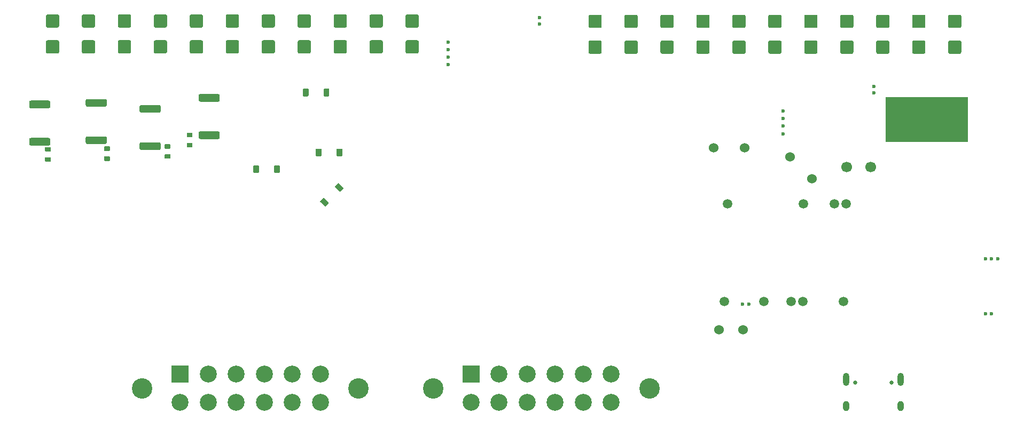
<source format=gbs>
G04 #@! TF.GenerationSoftware,KiCad,Pcbnew,7.0.9-7.0.9~ubuntu22.04.1*
G04 #@! TF.CreationDate,2023-12-28T07:12:25+00:00*
G04 #@! TF.ProjectId,uaeficopiedtovfr,75616566-6963-46f7-9069-6564746f7666,rev?*
G04 #@! TF.SameCoordinates,Original*
G04 #@! TF.FileFunction,Soldermask,Bot*
G04 #@! TF.FilePolarity,Negative*
%FSLAX46Y46*%
G04 Gerber Fmt 4.6, Leading zero omitted, Abs format (unit mm)*
G04 Created by KiCad (PCBNEW 7.0.9-7.0.9~ubuntu22.04.1) date 2023-12-28 07:12:25*
%MOMM*%
%LPD*%
G01*
G04 APERTURE LIST*
%ADD10C,0.120000*%
%ADD11C,1.524000*%
%ADD12R,2.682000X2.682000*%
%ADD13C,2.682000*%
%ADD14C,3.240000*%
%ADD15C,0.600000*%
%ADD16C,1.500000*%
%ADD17C,1.700000*%
%ADD18C,0.650000*%
%ADD19O,1.000000X2.100000*%
%ADD20O,1.000000X1.600000*%
G04 APERTURE END LIST*
G04 #@! TO.C,U2*
D10*
X153712500Y45175000D02*
X140712500Y45175000D01*
X140712500Y52175000D01*
X153712500Y52175000D01*
X153712500Y45175000D01*
G36*
X153712500Y45175000D02*
G01*
X140712500Y45175000D01*
X140712500Y52175000D01*
X153712500Y52175000D01*
X153712500Y45175000D01*
G37*
G04 #@! TD*
D11*
G04 #@! TO.C,R4*
X118105000Y15275000D03*
X114295000Y15275000D03*
G04 #@! TD*
D12*
G04 #@! TO.C,J4*
X75010000Y8225000D03*
D13*
X79460000Y8225000D03*
X83900000Y8225000D03*
X88350000Y8225000D03*
X92790000Y8225000D03*
X97240000Y8225000D03*
X97240000Y3775000D03*
X92790000Y3775000D03*
X88350000Y3775000D03*
X83900000Y3775000D03*
X79460000Y3775000D03*
X75010000Y3775000D03*
D14*
X68975000Y5995000D03*
X103265000Y5995000D03*
G04 #@! TD*
D15*
G04 #@! TO.C,M2*
X156575002Y26550000D03*
X157525002Y26550000D03*
X158475000Y26550000D03*
X157475002Y17850000D03*
X156575002Y17850000D03*
G04 #@! TD*
G04 #@! TO.C,M3*
X71425000Y59750000D03*
X71425000Y60950000D03*
X71425000Y58550000D03*
X71425000Y57350000D03*
X85850000Y63810000D03*
X85850000Y64810000D03*
G04 #@! TD*
D16*
G04 #@! TO.C,M1*
X134024999Y19800005D03*
X127625002Y19800005D03*
X125724999Y19800005D03*
X121424999Y19800005D03*
D15*
X119025002Y19350006D03*
X118025001Y19350006D03*
D16*
X115174999Y19800005D03*
X134475001Y35300002D03*
X132625002Y35300002D03*
X127674999Y35300002D03*
X115625001Y35300002D03*
G04 #@! TD*
G04 #@! TO.C,U1*
G36*
G01*
X64625000Y59375001D02*
X64625000Y60974999D01*
G75*
G02*
X64875001Y61225000I250001J0D01*
G01*
X66474999Y61225000D01*
G75*
G02*
X66725000Y60974999I0J-250001D01*
G01*
X66725000Y59375001D01*
G75*
G02*
X66474999Y59125000I-250001J0D01*
G01*
X64875001Y59125000D01*
G75*
G02*
X64625000Y59375001I0J250001D01*
G01*
G37*
G36*
G01*
X58925000Y59375001D02*
X58925000Y60974999D01*
G75*
G02*
X59175001Y61225000I250001J0D01*
G01*
X60774999Y61225000D01*
G75*
G02*
X61025000Y60974999I0J-250001D01*
G01*
X61025000Y59375001D01*
G75*
G02*
X60774999Y59125000I-250001J0D01*
G01*
X59175001Y59125000D01*
G75*
G02*
X58925000Y59375001I0J250001D01*
G01*
G37*
G36*
G01*
X53225000Y59375001D02*
X53225000Y60974999D01*
G75*
G02*
X53475001Y61225000I250001J0D01*
G01*
X55074999Y61225000D01*
G75*
G02*
X55325000Y60974999I0J-250001D01*
G01*
X55325000Y59375001D01*
G75*
G02*
X55074999Y59125000I-250001J0D01*
G01*
X53475001Y59125000D01*
G75*
G02*
X53225000Y59375001I0J250001D01*
G01*
G37*
G36*
G01*
X47525000Y59375001D02*
X47525000Y60974999D01*
G75*
G02*
X47775001Y61225000I250001J0D01*
G01*
X49374999Y61225000D01*
G75*
G02*
X49625000Y60974999I0J-250001D01*
G01*
X49625000Y59375001D01*
G75*
G02*
X49374999Y59125000I-250001J0D01*
G01*
X47775001Y59125000D01*
G75*
G02*
X47525000Y59375001I0J250001D01*
G01*
G37*
G36*
G01*
X41825000Y59375001D02*
X41825000Y60974999D01*
G75*
G02*
X42075001Y61225000I250001J0D01*
G01*
X43674999Y61225000D01*
G75*
G02*
X43925000Y60974999I0J-250001D01*
G01*
X43925000Y59375001D01*
G75*
G02*
X43674999Y59125000I-250001J0D01*
G01*
X42075001Y59125000D01*
G75*
G02*
X41825000Y59375001I0J250001D01*
G01*
G37*
G36*
G01*
X36125000Y59375001D02*
X36125000Y60974999D01*
G75*
G02*
X36375001Y61225000I250001J0D01*
G01*
X37974999Y61225000D01*
G75*
G02*
X38225000Y60974999I0J-250001D01*
G01*
X38225000Y59375001D01*
G75*
G02*
X37974999Y59125000I-250001J0D01*
G01*
X36375001Y59125000D01*
G75*
G02*
X36125000Y59375001I0J250001D01*
G01*
G37*
G36*
G01*
X30425000Y59375001D02*
X30425000Y60974999D01*
G75*
G02*
X30675001Y61225000I250001J0D01*
G01*
X32274999Y61225000D01*
G75*
G02*
X32525000Y60974999I0J-250001D01*
G01*
X32525000Y59375001D01*
G75*
G02*
X32274999Y59125000I-250001J0D01*
G01*
X30675001Y59125000D01*
G75*
G02*
X30425000Y59375001I0J250001D01*
G01*
G37*
G36*
G01*
X24725000Y59375001D02*
X24725000Y60974999D01*
G75*
G02*
X24975001Y61225000I250001J0D01*
G01*
X26574999Y61225000D01*
G75*
G02*
X26825000Y60974999I0J-250001D01*
G01*
X26825000Y59375001D01*
G75*
G02*
X26574999Y59125000I-250001J0D01*
G01*
X24975001Y59125000D01*
G75*
G02*
X24725000Y59375001I0J250001D01*
G01*
G37*
G36*
G01*
X19025000Y59375001D02*
X19025000Y60974999D01*
G75*
G02*
X19275001Y61225000I250001J0D01*
G01*
X20874999Y61225000D01*
G75*
G02*
X21125000Y60974999I0J-250001D01*
G01*
X21125000Y59375001D01*
G75*
G02*
X20874999Y59125000I-250001J0D01*
G01*
X19275001Y59125000D01*
G75*
G02*
X19025000Y59375001I0J250001D01*
G01*
G37*
G36*
G01*
X13325000Y59375001D02*
X13325000Y60974999D01*
G75*
G02*
X13575001Y61225000I250001J0D01*
G01*
X15174999Y61225000D01*
G75*
G02*
X15425000Y60974999I0J-250001D01*
G01*
X15425000Y59375001D01*
G75*
G02*
X15174999Y59125000I-250001J0D01*
G01*
X13575001Y59125000D01*
G75*
G02*
X13325000Y59375001I0J250001D01*
G01*
G37*
G36*
G01*
X7625000Y59375001D02*
X7625000Y60974999D01*
G75*
G02*
X7875001Y61225000I250001J0D01*
G01*
X9474999Y61225000D01*
G75*
G02*
X9725000Y60974999I0J-250001D01*
G01*
X9725000Y59375001D01*
G75*
G02*
X9474999Y59125000I-250001J0D01*
G01*
X7875001Y59125000D01*
G75*
G02*
X7625000Y59375001I0J250001D01*
G01*
G37*
G36*
G01*
X64625000Y63475001D02*
X64625000Y65074999D01*
G75*
G02*
X64875001Y65325000I250001J0D01*
G01*
X66474999Y65325000D01*
G75*
G02*
X66725000Y65074999I0J-250001D01*
G01*
X66725000Y63475001D01*
G75*
G02*
X66474999Y63225000I-250001J0D01*
G01*
X64875001Y63225000D01*
G75*
G02*
X64625000Y63475001I0J250001D01*
G01*
G37*
G36*
G01*
X58925000Y63475001D02*
X58925000Y65074999D01*
G75*
G02*
X59175001Y65325000I250001J0D01*
G01*
X60774999Y65325000D01*
G75*
G02*
X61025000Y65074999I0J-250001D01*
G01*
X61025000Y63475001D01*
G75*
G02*
X60774999Y63225000I-250001J0D01*
G01*
X59175001Y63225000D01*
G75*
G02*
X58925000Y63475001I0J250001D01*
G01*
G37*
G36*
G01*
X53225000Y63475001D02*
X53225000Y65074999D01*
G75*
G02*
X53475001Y65325000I250001J0D01*
G01*
X55074999Y65325000D01*
G75*
G02*
X55325000Y65074999I0J-250001D01*
G01*
X55325000Y63475001D01*
G75*
G02*
X55074999Y63225000I-250001J0D01*
G01*
X53475001Y63225000D01*
G75*
G02*
X53225000Y63475001I0J250001D01*
G01*
G37*
G36*
G01*
X47525000Y63475001D02*
X47525000Y65074999D01*
G75*
G02*
X47775001Y65325000I250001J0D01*
G01*
X49374999Y65325000D01*
G75*
G02*
X49625000Y65074999I0J-250001D01*
G01*
X49625000Y63475001D01*
G75*
G02*
X49374999Y63225000I-250001J0D01*
G01*
X47775001Y63225000D01*
G75*
G02*
X47525000Y63475001I0J250001D01*
G01*
G37*
G36*
G01*
X41825000Y63475001D02*
X41825000Y65074999D01*
G75*
G02*
X42075001Y65325000I250001J0D01*
G01*
X43674999Y65325000D01*
G75*
G02*
X43925000Y65074999I0J-250001D01*
G01*
X43925000Y63475001D01*
G75*
G02*
X43674999Y63225000I-250001J0D01*
G01*
X42075001Y63225000D01*
G75*
G02*
X41825000Y63475001I0J250001D01*
G01*
G37*
G36*
G01*
X36125000Y63475001D02*
X36125000Y65074999D01*
G75*
G02*
X36375001Y65325000I250001J0D01*
G01*
X37974999Y65325000D01*
G75*
G02*
X38225000Y65074999I0J-250001D01*
G01*
X38225000Y63475001D01*
G75*
G02*
X37974999Y63225000I-250001J0D01*
G01*
X36375001Y63225000D01*
G75*
G02*
X36125000Y63475001I0J250001D01*
G01*
G37*
G36*
G01*
X30425000Y63475001D02*
X30425000Y65074999D01*
G75*
G02*
X30675001Y65325000I250001J0D01*
G01*
X32274999Y65325000D01*
G75*
G02*
X32525000Y65074999I0J-250001D01*
G01*
X32525000Y63475001D01*
G75*
G02*
X32274999Y63225000I-250001J0D01*
G01*
X30675001Y63225000D01*
G75*
G02*
X30425000Y63475001I0J250001D01*
G01*
G37*
G36*
G01*
X24725000Y63475001D02*
X24725000Y65074999D01*
G75*
G02*
X24975001Y65325000I250001J0D01*
G01*
X26574999Y65325000D01*
G75*
G02*
X26825000Y65074999I0J-250001D01*
G01*
X26825000Y63475001D01*
G75*
G02*
X26574999Y63225000I-250001J0D01*
G01*
X24975001Y63225000D01*
G75*
G02*
X24725000Y63475001I0J250001D01*
G01*
G37*
G36*
G01*
X19025000Y63475001D02*
X19025000Y65074999D01*
G75*
G02*
X19275001Y65325000I250001J0D01*
G01*
X20874999Y65325000D01*
G75*
G02*
X21125000Y65074999I0J-250001D01*
G01*
X21125000Y63475001D01*
G75*
G02*
X20874999Y63225000I-250001J0D01*
G01*
X19275001Y63225000D01*
G75*
G02*
X19025000Y63475001I0J250001D01*
G01*
G37*
G36*
G01*
X13325000Y63475001D02*
X13325000Y65074999D01*
G75*
G02*
X13575001Y65325000I250001J0D01*
G01*
X15174999Y65325000D01*
G75*
G02*
X15425000Y65074999I0J-250001D01*
G01*
X15425000Y63475001D01*
G75*
G02*
X15174999Y63225000I-250001J0D01*
G01*
X13575001Y63225000D01*
G75*
G02*
X13325000Y63475001I0J250001D01*
G01*
G37*
G36*
G01*
X7625000Y63475001D02*
X7625000Y65074999D01*
G75*
G02*
X7875001Y65325000I250001J0D01*
G01*
X9474999Y65325000D01*
G75*
G02*
X9725000Y65074999I0J-250001D01*
G01*
X9725000Y63475001D01*
G75*
G02*
X9474999Y63225000I-250001J0D01*
G01*
X7875001Y63225000D01*
G75*
G02*
X7625000Y63475001I0J250001D01*
G01*
G37*
G36*
G01*
X150625000Y59325001D02*
X150625000Y60924999D01*
G75*
G02*
X150875001Y61175000I250001J0D01*
G01*
X152474999Y61175000D01*
G75*
G02*
X152725000Y60924999I0J-250001D01*
G01*
X152725000Y59325001D01*
G75*
G02*
X152474999Y59075000I-250001J0D01*
G01*
X150875001Y59075000D01*
G75*
G02*
X150625000Y59325001I0J250001D01*
G01*
G37*
G36*
G01*
X144925000Y59325001D02*
X144925000Y60924999D01*
G75*
G02*
X145175001Y61175000I250001J0D01*
G01*
X146774999Y61175000D01*
G75*
G02*
X147025000Y60924999I0J-250001D01*
G01*
X147025000Y59325001D01*
G75*
G02*
X146774999Y59075000I-250001J0D01*
G01*
X145175001Y59075000D01*
G75*
G02*
X144925000Y59325001I0J250001D01*
G01*
G37*
G36*
G01*
X139225000Y59325001D02*
X139225000Y60924999D01*
G75*
G02*
X139475001Y61175000I250001J0D01*
G01*
X141074999Y61175000D01*
G75*
G02*
X141325000Y60924999I0J-250001D01*
G01*
X141325000Y59325001D01*
G75*
G02*
X141074999Y59075000I-250001J0D01*
G01*
X139475001Y59075000D01*
G75*
G02*
X139225000Y59325001I0J250001D01*
G01*
G37*
G36*
G01*
X133525000Y59325001D02*
X133525000Y60924999D01*
G75*
G02*
X133775001Y61175000I250001J0D01*
G01*
X135374999Y61175000D01*
G75*
G02*
X135625000Y60924999I0J-250001D01*
G01*
X135625000Y59325001D01*
G75*
G02*
X135374999Y59075000I-250001J0D01*
G01*
X133775001Y59075000D01*
G75*
G02*
X133525000Y59325001I0J250001D01*
G01*
G37*
G36*
G01*
X127825000Y59325001D02*
X127825000Y60924999D01*
G75*
G02*
X128075001Y61175000I250001J0D01*
G01*
X129674999Y61175000D01*
G75*
G02*
X129925000Y60924999I0J-250001D01*
G01*
X129925000Y59325001D01*
G75*
G02*
X129674999Y59075000I-250001J0D01*
G01*
X128075001Y59075000D01*
G75*
G02*
X127825000Y59325001I0J250001D01*
G01*
G37*
G36*
G01*
X122125000Y59325001D02*
X122125000Y60924999D01*
G75*
G02*
X122375001Y61175000I250001J0D01*
G01*
X123974999Y61175000D01*
G75*
G02*
X124225000Y60924999I0J-250001D01*
G01*
X124225000Y59325001D01*
G75*
G02*
X123974999Y59075000I-250001J0D01*
G01*
X122375001Y59075000D01*
G75*
G02*
X122125000Y59325001I0J250001D01*
G01*
G37*
G36*
G01*
X116425000Y59325001D02*
X116425000Y60924999D01*
G75*
G02*
X116675001Y61175000I250001J0D01*
G01*
X118274999Y61175000D01*
G75*
G02*
X118525000Y60924999I0J-250001D01*
G01*
X118525000Y59325001D01*
G75*
G02*
X118274999Y59075000I-250001J0D01*
G01*
X116675001Y59075000D01*
G75*
G02*
X116425000Y59325001I0J250001D01*
G01*
G37*
G36*
G01*
X110725000Y59325001D02*
X110725000Y60924999D01*
G75*
G02*
X110975001Y61175000I250001J0D01*
G01*
X112574999Y61175000D01*
G75*
G02*
X112825000Y60924999I0J-250001D01*
G01*
X112825000Y59325001D01*
G75*
G02*
X112574999Y59075000I-250001J0D01*
G01*
X110975001Y59075000D01*
G75*
G02*
X110725000Y59325001I0J250001D01*
G01*
G37*
G36*
G01*
X105025000Y59325001D02*
X105025000Y60924999D01*
G75*
G02*
X105275001Y61175000I250001J0D01*
G01*
X106874999Y61175000D01*
G75*
G02*
X107125000Y60924999I0J-250001D01*
G01*
X107125000Y59325001D01*
G75*
G02*
X106874999Y59075000I-250001J0D01*
G01*
X105275001Y59075000D01*
G75*
G02*
X105025000Y59325001I0J250001D01*
G01*
G37*
G36*
G01*
X99325000Y59325001D02*
X99325000Y60924999D01*
G75*
G02*
X99575001Y61175000I250001J0D01*
G01*
X101174999Y61175000D01*
G75*
G02*
X101425000Y60924999I0J-250001D01*
G01*
X101425000Y59325001D01*
G75*
G02*
X101174999Y59075000I-250001J0D01*
G01*
X99575001Y59075000D01*
G75*
G02*
X99325000Y59325001I0J250001D01*
G01*
G37*
G36*
G01*
X93625000Y59325001D02*
X93625000Y60924999D01*
G75*
G02*
X93875001Y61175000I250001J0D01*
G01*
X95474999Y61175000D01*
G75*
G02*
X95725000Y60924999I0J-250001D01*
G01*
X95725000Y59325001D01*
G75*
G02*
X95474999Y59075000I-250001J0D01*
G01*
X93875001Y59075000D01*
G75*
G02*
X93625000Y59325001I0J250001D01*
G01*
G37*
G36*
G01*
X150625000Y63425001D02*
X150625000Y65024999D01*
G75*
G02*
X150875001Y65275000I250001J0D01*
G01*
X152474999Y65275000D01*
G75*
G02*
X152725000Y65024999I0J-250001D01*
G01*
X152725000Y63425001D01*
G75*
G02*
X152474999Y63175000I-250001J0D01*
G01*
X150875001Y63175000D01*
G75*
G02*
X150625000Y63425001I0J250001D01*
G01*
G37*
G36*
G01*
X144925000Y63425001D02*
X144925000Y65024999D01*
G75*
G02*
X145175001Y65275000I250001J0D01*
G01*
X146774999Y65275000D01*
G75*
G02*
X147025000Y65024999I0J-250001D01*
G01*
X147025000Y63425001D01*
G75*
G02*
X146774999Y63175000I-250001J0D01*
G01*
X145175001Y63175000D01*
G75*
G02*
X144925000Y63425001I0J250001D01*
G01*
G37*
G36*
G01*
X139225000Y63425001D02*
X139225000Y65024999D01*
G75*
G02*
X139475001Y65275000I250001J0D01*
G01*
X141074999Y65275000D01*
G75*
G02*
X141325000Y65024999I0J-250001D01*
G01*
X141325000Y63425001D01*
G75*
G02*
X141074999Y63175000I-250001J0D01*
G01*
X139475001Y63175000D01*
G75*
G02*
X139225000Y63425001I0J250001D01*
G01*
G37*
G36*
G01*
X133525000Y63425001D02*
X133525000Y65024999D01*
G75*
G02*
X133775001Y65275000I250001J0D01*
G01*
X135374999Y65275000D01*
G75*
G02*
X135625000Y65024999I0J-250001D01*
G01*
X135625000Y63425001D01*
G75*
G02*
X135374999Y63175000I-250001J0D01*
G01*
X133775001Y63175000D01*
G75*
G02*
X133525000Y63425001I0J250001D01*
G01*
G37*
G36*
G01*
X127825000Y63425001D02*
X127825000Y65024999D01*
G75*
G02*
X128075001Y65275000I250001J0D01*
G01*
X129674999Y65275000D01*
G75*
G02*
X129925000Y65024999I0J-250001D01*
G01*
X129925000Y63425001D01*
G75*
G02*
X129674999Y63175000I-250001J0D01*
G01*
X128075001Y63175000D01*
G75*
G02*
X127825000Y63425001I0J250001D01*
G01*
G37*
G36*
G01*
X122125000Y63425001D02*
X122125000Y65024999D01*
G75*
G02*
X122375001Y65275000I250001J0D01*
G01*
X123974999Y65275000D01*
G75*
G02*
X124225000Y65024999I0J-250001D01*
G01*
X124225000Y63425001D01*
G75*
G02*
X123974999Y63175000I-250001J0D01*
G01*
X122375001Y63175000D01*
G75*
G02*
X122125000Y63425001I0J250001D01*
G01*
G37*
G36*
G01*
X116425000Y63425001D02*
X116425000Y65024999D01*
G75*
G02*
X116675001Y65275000I250001J0D01*
G01*
X118274999Y65275000D01*
G75*
G02*
X118525000Y65024999I0J-250001D01*
G01*
X118525000Y63425001D01*
G75*
G02*
X118274999Y63175000I-250001J0D01*
G01*
X116675001Y63175000D01*
G75*
G02*
X116425000Y63425001I0J250001D01*
G01*
G37*
G36*
G01*
X110725000Y63425001D02*
X110725000Y65024999D01*
G75*
G02*
X110975001Y65275000I250001J0D01*
G01*
X112574999Y65275000D01*
G75*
G02*
X112825000Y65024999I0J-250001D01*
G01*
X112825000Y63425001D01*
G75*
G02*
X112574999Y63175000I-250001J0D01*
G01*
X110975001Y63175000D01*
G75*
G02*
X110725000Y63425001I0J250001D01*
G01*
G37*
G36*
G01*
X105025000Y63425001D02*
X105025000Y65024999D01*
G75*
G02*
X105275001Y65275000I250001J0D01*
G01*
X106874999Y65275000D01*
G75*
G02*
X107125000Y65024999I0J-250001D01*
G01*
X107125000Y63425001D01*
G75*
G02*
X106874999Y63175000I-250001J0D01*
G01*
X105275001Y63175000D01*
G75*
G02*
X105025000Y63425001I0J250001D01*
G01*
G37*
G36*
G01*
X99325000Y63425001D02*
X99325000Y65024999D01*
G75*
G02*
X99575001Y65275000I250001J0D01*
G01*
X101174999Y65275000D01*
G75*
G02*
X101425000Y65024999I0J-250001D01*
G01*
X101425000Y63425001D01*
G75*
G02*
X101174999Y63175000I-250001J0D01*
G01*
X99575001Y63175000D01*
G75*
G02*
X99325000Y63425001I0J250001D01*
G01*
G37*
G36*
G01*
X93625000Y63425001D02*
X93625000Y65024999D01*
G75*
G02*
X93875001Y65275000I250001J0D01*
G01*
X95474999Y65275000D01*
G75*
G02*
X95725000Y65024999I0J-250001D01*
G01*
X95725000Y63425001D01*
G75*
G02*
X95474999Y63175000I-250001J0D01*
G01*
X93875001Y63175000D01*
G75*
G02*
X93625000Y63425001I0J250001D01*
G01*
G37*
G04 #@! TD*
D15*
G04 #@! TO.C,M4*
X124475000Y48800000D03*
X124475000Y50000000D03*
X124475000Y47600000D03*
X124475000Y46400000D03*
X138900000Y52860000D03*
X138900000Y53860000D03*
G04 #@! TD*
D17*
G04 #@! TO.C,P3*
X134550000Y41075000D03*
G04 #@! TD*
D18*
G04 #@! TO.C,J9*
X135910000Y6880000D03*
X141690000Y6880000D03*
D19*
X134480000Y7380000D03*
D20*
X134480000Y3200000D03*
D19*
X143120000Y7380000D03*
D20*
X143120000Y3200000D03*
G04 #@! TD*
D17*
G04 #@! TO.C,P4*
X138330000Y41075000D03*
G04 #@! TD*
D11*
G04 #@! TO.C,F2*
X113500000Y44175000D03*
X118400000Y44175000D03*
G04 #@! TD*
D12*
G04 #@! TO.C,J1*
X28910000Y8225000D03*
D13*
X33360000Y8225000D03*
X37800000Y8225000D03*
X42250000Y8225000D03*
X46690000Y8225000D03*
X51140000Y8225000D03*
X51140000Y3775000D03*
X46690000Y3775000D03*
X42250000Y3775000D03*
X37800000Y3775000D03*
X33360000Y3775000D03*
X28910000Y3775000D03*
D14*
X22875000Y5995000D03*
X57165000Y5995000D03*
G04 #@! TD*
D11*
G04 #@! TO.C,F1*
X125567588Y42707412D03*
X129032412Y39242588D03*
G04 #@! TD*
G04 #@! TO.C,R14*
G36*
G01*
X25575000Y43800000D02*
X22725000Y43800000D01*
G75*
G02*
X22475000Y44050000I0J250000D01*
G01*
X22475000Y44775000D01*
G75*
G02*
X22725000Y45025000I250000J0D01*
G01*
X25575000Y45025000D01*
G75*
G02*
X25825000Y44775000I0J-250000D01*
G01*
X25825000Y44050000D01*
G75*
G02*
X25575000Y43800000I-250000J0D01*
G01*
G37*
G36*
G01*
X25575000Y49725000D02*
X22725000Y49725000D01*
G75*
G02*
X22475000Y49975000I0J250000D01*
G01*
X22475000Y50700000D01*
G75*
G02*
X22725000Y50950000I250000J0D01*
G01*
X25575000Y50950000D01*
G75*
G02*
X25825000Y50700000I0J-250000D01*
G01*
X25825000Y49975000D01*
G75*
G02*
X25575000Y49725000I-250000J0D01*
G01*
G37*
G04 #@! TD*
G04 #@! TO.C,R12*
G36*
G01*
X34925000Y45550000D02*
X32075000Y45550000D01*
G75*
G02*
X31825000Y45800000I0J250000D01*
G01*
X31825000Y46525000D01*
G75*
G02*
X32075000Y46775000I250000J0D01*
G01*
X34925000Y46775000D01*
G75*
G02*
X35175000Y46525000I0J-250000D01*
G01*
X35175000Y45800000D01*
G75*
G02*
X34925000Y45550000I-250000J0D01*
G01*
G37*
G36*
G01*
X34925000Y51475000D02*
X32075000Y51475000D01*
G75*
G02*
X31825000Y51725000I0J250000D01*
G01*
X31825000Y52450000D01*
G75*
G02*
X32075000Y52700000I250000J0D01*
G01*
X34925000Y52700000D01*
G75*
G02*
X35175000Y52450000I0J-250000D01*
G01*
X35175000Y51725000D01*
G75*
G02*
X34925000Y51475000I-250000J0D01*
G01*
G37*
G04 #@! TD*
G04 #@! TO.C,R15*
G36*
G01*
X17690000Y42075000D02*
X16910000Y42075000D01*
G75*
G02*
X16840000Y42145000I0J70000D01*
G01*
X16840000Y42705000D01*
G75*
G02*
X16910000Y42775000I70000J0D01*
G01*
X17690000Y42775000D01*
G75*
G02*
X17760000Y42705000I0J-70000D01*
G01*
X17760000Y42145000D01*
G75*
G02*
X17690000Y42075000I-70000J0D01*
G01*
G37*
G36*
G01*
X17690000Y43675000D02*
X16910000Y43675000D01*
G75*
G02*
X16840000Y43745000I0J70000D01*
G01*
X16840000Y44305000D01*
G75*
G02*
X16910000Y44375000I70000J0D01*
G01*
X17690000Y44375000D01*
G75*
G02*
X17760000Y44305000I0J-70000D01*
G01*
X17760000Y43745000D01*
G75*
G02*
X17690000Y43675000I-70000J0D01*
G01*
G37*
G04 #@! TD*
G04 #@! TO.C,D2*
G36*
G01*
X52545000Y53435000D02*
X52545000Y52415000D01*
G75*
G02*
X52455000Y52325000I-90000J0D01*
G01*
X51735000Y52325000D01*
G75*
G02*
X51645000Y52415000I0J90000D01*
G01*
X51645000Y53435000D01*
G75*
G02*
X51735000Y53525000I90000J0D01*
G01*
X52455000Y53525000D01*
G75*
G02*
X52545000Y53435000I0J-90000D01*
G01*
G37*
G36*
G01*
X49245000Y53435000D02*
X49245000Y52415000D01*
G75*
G02*
X49155000Y52325000I-90000J0D01*
G01*
X48435000Y52325000D01*
G75*
G02*
X48345000Y52415000I0J90000D01*
G01*
X48345000Y53435000D01*
G75*
G02*
X48435000Y53525000I90000J0D01*
G01*
X49155000Y53525000D01*
G75*
G02*
X49245000Y53435000I0J-90000D01*
G01*
G37*
G04 #@! TD*
G04 #@! TO.C,D5*
G36*
G01*
X54062168Y38558417D02*
X54783417Y37837168D01*
G75*
G02*
X54783417Y37709888I-63640J-63640D01*
G01*
X54274300Y37200771D01*
G75*
G02*
X54147020Y37200771I-63640J63640D01*
G01*
X53425771Y37922020D01*
G75*
G02*
X53425771Y38049300I63640J63640D01*
G01*
X53934888Y38558417D01*
G75*
G02*
X54062168Y38558417I63640J-63640D01*
G01*
G37*
G36*
G01*
X51728716Y36224965D02*
X52449965Y35503716D01*
G75*
G02*
X52449965Y35376436I-63640J-63640D01*
G01*
X51940848Y34867319D01*
G75*
G02*
X51813568Y34867319I-63640J63640D01*
G01*
X51092319Y35588568D01*
G75*
G02*
X51092319Y35715848I63640J63640D01*
G01*
X51601436Y36224965D01*
G75*
G02*
X51728716Y36224965I63640J-63640D01*
G01*
G37*
G04 #@! TD*
G04 #@! TO.C,R9*
G36*
G01*
X30790000Y44225000D02*
X30010000Y44225000D01*
G75*
G02*
X29940000Y44295000I0J70000D01*
G01*
X29940000Y44855000D01*
G75*
G02*
X30010000Y44925000I70000J0D01*
G01*
X30790000Y44925000D01*
G75*
G02*
X30860000Y44855000I0J-70000D01*
G01*
X30860000Y44295000D01*
G75*
G02*
X30790000Y44225000I-70000J0D01*
G01*
G37*
G36*
G01*
X30790000Y45825000D02*
X30010000Y45825000D01*
G75*
G02*
X29940000Y45895000I0J70000D01*
G01*
X29940000Y46455000D01*
G75*
G02*
X30010000Y46525000I70000J0D01*
G01*
X30790000Y46525000D01*
G75*
G02*
X30860000Y46455000I0J-70000D01*
G01*
X30860000Y45895000D01*
G75*
G02*
X30790000Y45825000I-70000J0D01*
G01*
G37*
G04 #@! TD*
G04 #@! TO.C,R18*
G36*
G01*
X17025000Y44750000D02*
X14175000Y44750000D01*
G75*
G02*
X13925000Y45000000I0J250000D01*
G01*
X13925000Y45725000D01*
G75*
G02*
X14175000Y45975000I250000J0D01*
G01*
X17025000Y45975000D01*
G75*
G02*
X17275000Y45725000I0J-250000D01*
G01*
X17275000Y45000000D01*
G75*
G02*
X17025000Y44750000I-250000J0D01*
G01*
G37*
G36*
G01*
X17025000Y50675000D02*
X14175000Y50675000D01*
G75*
G02*
X13925000Y50925000I0J250000D01*
G01*
X13925000Y51650000D01*
G75*
G02*
X14175000Y51900000I250000J0D01*
G01*
X17025000Y51900000D01*
G75*
G02*
X17275000Y51650000I0J-250000D01*
G01*
X17275000Y50925000D01*
G75*
G02*
X17025000Y50675000I-250000J0D01*
G01*
G37*
G04 #@! TD*
G04 #@! TO.C,D3*
G36*
G01*
X54600000Y43935000D02*
X54600000Y42915000D01*
G75*
G02*
X54510000Y42825000I-90000J0D01*
G01*
X53790000Y42825000D01*
G75*
G02*
X53700000Y42915000I0J90000D01*
G01*
X53700000Y43935000D01*
G75*
G02*
X53790000Y44025000I90000J0D01*
G01*
X54510000Y44025000D01*
G75*
G02*
X54600000Y43935000I0J-90000D01*
G01*
G37*
G36*
G01*
X51300000Y43935000D02*
X51300000Y42915000D01*
G75*
G02*
X51210000Y42825000I-90000J0D01*
G01*
X50490000Y42825000D01*
G75*
G02*
X50400000Y42915000I0J90000D01*
G01*
X50400000Y43935000D01*
G75*
G02*
X50490000Y44025000I90000J0D01*
G01*
X51210000Y44025000D01*
G75*
G02*
X51300000Y43935000I0J-90000D01*
G01*
G37*
G04 #@! TD*
G04 #@! TO.C,D4*
G36*
G01*
X44695000Y41285000D02*
X44695000Y40265000D01*
G75*
G02*
X44605000Y40175000I-90000J0D01*
G01*
X43885000Y40175000D01*
G75*
G02*
X43795000Y40265000I0J90000D01*
G01*
X43795000Y41285000D01*
G75*
G02*
X43885000Y41375000I90000J0D01*
G01*
X44605000Y41375000D01*
G75*
G02*
X44695000Y41285000I0J-90000D01*
G01*
G37*
G36*
G01*
X41395000Y41285000D02*
X41395000Y40265000D01*
G75*
G02*
X41305000Y40175000I-90000J0D01*
G01*
X40585000Y40175000D01*
G75*
G02*
X40495000Y40265000I0J90000D01*
G01*
X40495000Y41285000D01*
G75*
G02*
X40585000Y41375000I90000J0D01*
G01*
X41305000Y41375000D01*
G75*
G02*
X41395000Y41285000I0J-90000D01*
G01*
G37*
G04 #@! TD*
G04 #@! TO.C,R10*
G36*
G01*
X8340000Y41975000D02*
X7560000Y41975000D01*
G75*
G02*
X7490000Y42045000I0J70000D01*
G01*
X7490000Y42605000D01*
G75*
G02*
X7560000Y42675000I70000J0D01*
G01*
X8340000Y42675000D01*
G75*
G02*
X8410000Y42605000I0J-70000D01*
G01*
X8410000Y42045000D01*
G75*
G02*
X8340000Y41975000I-70000J0D01*
G01*
G37*
G36*
G01*
X8340000Y43575000D02*
X7560000Y43575000D01*
G75*
G02*
X7490000Y43645000I0J70000D01*
G01*
X7490000Y44205000D01*
G75*
G02*
X7560000Y44275000I70000J0D01*
G01*
X8340000Y44275000D01*
G75*
G02*
X8410000Y44205000I0J-70000D01*
G01*
X8410000Y43645000D01*
G75*
G02*
X8340000Y43575000I-70000J0D01*
G01*
G37*
G04 #@! TD*
G04 #@! TO.C,R13*
G36*
G01*
X8075000Y44500000D02*
X5225000Y44500000D01*
G75*
G02*
X4975000Y44750000I0J250000D01*
G01*
X4975000Y45475000D01*
G75*
G02*
X5225000Y45725000I250000J0D01*
G01*
X8075000Y45725000D01*
G75*
G02*
X8325000Y45475000I0J-250000D01*
G01*
X8325000Y44750000D01*
G75*
G02*
X8075000Y44500000I-250000J0D01*
G01*
G37*
G36*
G01*
X8075000Y50425000D02*
X5225000Y50425000D01*
G75*
G02*
X4975000Y50675000I0J250000D01*
G01*
X4975000Y51400000D01*
G75*
G02*
X5225000Y51650000I250000J0D01*
G01*
X8075000Y51650000D01*
G75*
G02*
X8325000Y51400000I0J-250000D01*
G01*
X8325000Y50675000D01*
G75*
G02*
X8075000Y50425000I-250000J0D01*
G01*
G37*
G04 #@! TD*
G04 #@! TO.C,R11*
G36*
G01*
X27290000Y42425000D02*
X26510000Y42425000D01*
G75*
G02*
X26440000Y42495000I0J70000D01*
G01*
X26440000Y43055000D01*
G75*
G02*
X26510000Y43125000I70000J0D01*
G01*
X27290000Y43125000D01*
G75*
G02*
X27360000Y43055000I0J-70000D01*
G01*
X27360000Y42495000D01*
G75*
G02*
X27290000Y42425000I-70000J0D01*
G01*
G37*
G36*
G01*
X27290000Y44025000D02*
X26510000Y44025000D01*
G75*
G02*
X26440000Y44095000I0J70000D01*
G01*
X26440000Y44655000D01*
G75*
G02*
X26510000Y44725000I70000J0D01*
G01*
X27290000Y44725000D01*
G75*
G02*
X27360000Y44655000I0J-70000D01*
G01*
X27360000Y44095000D01*
G75*
G02*
X27290000Y44025000I-70000J0D01*
G01*
G37*
G04 #@! TD*
M02*

</source>
